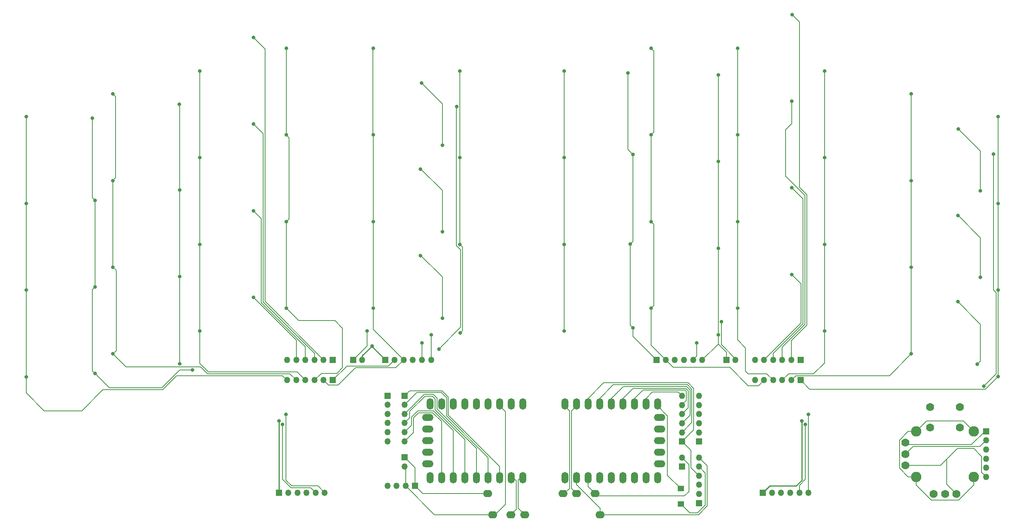
<source format=gbr>
%TF.GenerationSoftware,KiCad,Pcbnew,7.0.8*%
%TF.CreationDate,2024-04-16T05:21:19+09:00*%
%TF.ProjectId,pcb,7063622e-6b69-4636-9164-5f7063625858,rev?*%
%TF.SameCoordinates,Original*%
%TF.FileFunction,Copper,L1,Top*%
%TF.FilePolarity,Positive*%
%FSLAX46Y46*%
G04 Gerber Fmt 4.6, Leading zero omitted, Abs format (unit mm)*
G04 Created by KiCad (PCBNEW 7.0.8) date 2024-04-16 05:21:19*
%MOMM*%
%LPD*%
G01*
G04 APERTURE LIST*
%TA.AperFunction,ComponentPad*%
%ADD10R,1.350000X1.350000*%
%TD*%
%TA.AperFunction,ComponentPad*%
%ADD11O,1.350000X1.350000*%
%TD*%
%TA.AperFunction,SMDPad,CuDef*%
%ADD12R,1.400000X1.200000*%
%TD*%
%TA.AperFunction,ComponentPad*%
%ADD13O,1.400000X1.000000*%
%TD*%
%TA.AperFunction,ComponentPad*%
%ADD14O,2.000000X1.600000*%
%TD*%
%TA.AperFunction,ComponentPad*%
%ADD15C,1.778000*%
%TD*%
%TA.AperFunction,ComponentPad*%
%ADD16C,2.286000*%
%TD*%
%TA.AperFunction,ComponentPad*%
%ADD17O,1.500000X2.500000*%
%TD*%
%TA.AperFunction,ComponentPad*%
%ADD18O,2.500000X1.500000*%
%TD*%
%TA.AperFunction,ViaPad*%
%ADD19C,0.800000*%
%TD*%
%TA.AperFunction,Conductor*%
%ADD20C,0.200000*%
%TD*%
%TA.AperFunction,Conductor*%
%ADD21C,0.250000*%
%TD*%
G04 APERTURE END LIST*
D10*
%TO.P,Col_L1,1,Pin_1*%
%TO.N,JS_SEL*%
X209250000Y-144250000D03*
D11*
%TO.P,Col_L1,2,Pin_2*%
%TO.N,Net-(Col_L1-Pin_2)*%
X209250000Y-142250000D03*
%TO.P,Col_L1,3,Pin_3*%
%TO.N,Net-(Col_L1-Pin_3)*%
X209250000Y-140250000D03*
%TO.P,Col_L1,4,Pin_4*%
%TO.N,Net-(Col_L1-Pin_4)*%
X209250000Y-138250000D03*
%TO.P,Col_L1,5,Pin_5*%
%TO.N,Net-(Col_L1-Pin_5)*%
X209250000Y-136250000D03*
%TO.P,Col_L1,6,Pin_6*%
%TO.N,Net-(Col_L1-Pin_6)*%
X209250000Y-134250000D03*
%TD*%
D12*
%TO.P,D_Sel1,1,K*%
%TO.N,JS_SEL_m*%
X209000000Y-154550000D03*
%TO.P,D_Sel1,2,A*%
%TO.N,Net-(D_Sel1-A)*%
X209000000Y-157950000D03*
%TD*%
D13*
%TO.P,TRRS1,R1*%
%TO.N,I2C_VCC*%
X167800000Y-160300000D03*
D14*
X167800000Y-160300000D03*
D13*
%TO.P,TRRS1,R2*%
%TO.N,Net-(MCU1-1)*%
X171800000Y-160300000D03*
D14*
X171800000Y-160300000D03*
D13*
%TO.P,TRRS1,S*%
%TO.N,Net-(MCU1-0)*%
X174800000Y-160300000D03*
D14*
X174800000Y-160300000D03*
D13*
%TO.P,TRRS1,T*%
%TO.N,GND_R1*%
X166700000Y-155700000D03*
D14*
X166700000Y-155700000D03*
%TD*%
D10*
%TO.P,MatrixC_R1,1,Pin_1*%
%TO.N,col0_R*%
X132750000Y-130800000D03*
D11*
%TO.P,MatrixC_R1,2,Pin_2*%
%TO.N,col1_R*%
X130750000Y-130800000D03*
%TO.P,MatrixC_R1,3,Pin_3*%
%TO.N,col2_R*%
X128750000Y-130800000D03*
%TO.P,MatrixC_R1,4,Pin_4*%
%TO.N,col3_R*%
X126750000Y-130800000D03*
%TO.P,MatrixC_R1,5,Pin_5*%
%TO.N,col4_R*%
X124750000Y-130800000D03*
%TO.P,MatrixC_R1,6,Pin_6*%
%TO.N,col5_R*%
X122750000Y-130800000D03*
%TD*%
D10*
%TO.P,Joystick1,1,Pin_1*%
%TO.N,VCC_5V_L1*%
X213000000Y-157750000D03*
D11*
%TO.P,Joystick1,2,Pin_2*%
%TO.N,JS_V*%
X213000000Y-155750000D03*
%TO.P,Joystick1,3,Pin_3*%
%TO.N,JS_H*%
X213000000Y-153750000D03*
%TO.P,Joystick1,4,Pin_4*%
%TO.N,JS_SEL*%
X213000000Y-151750000D03*
%TO.P,Joystick1,5,Pin_5*%
%TO.N,Net-(D_Sel1-A)*%
X213000000Y-149750000D03*
%TO.P,Joystick1,6,Pin_6*%
%TO.N,GND_L1*%
X213000000Y-147750000D03*
%TD*%
D13*
%TO.P,TRRS2,R1*%
%TO.N,VCC_3V_L1*%
X190200000Y-155700000D03*
D14*
X190200000Y-155700000D03*
D13*
%TO.P,TRRS2,R2*%
%TO.N,Net-(MCU2-1)*%
X186200000Y-155700000D03*
D14*
X186200000Y-155700000D03*
D13*
%TO.P,TRRS2,S*%
%TO.N,Net-(MCU2-0)*%
X183200000Y-155700000D03*
D14*
X183200000Y-155700000D03*
D13*
%TO.P,TRRS2,T*%
%TO.N,GND_L1*%
X191300000Y-160300000D03*
D14*
X191300000Y-160300000D03*
%TD*%
D10*
%TO.P,Main_to_Sub1,1,Pin_1*%
%TO.N,VDD_R*%
X144300000Y-126359851D03*
D11*
%TO.P,Main_to_Sub1,2,Pin_2*%
%TO.N,col0_R*%
X146300000Y-126359851D03*
%TO.P,Main_to_Sub1,3,Pin_3*%
%TO.N,col1_R*%
X148300000Y-126359851D03*
%TO.P,Main_to_Sub1,4,Pin_4*%
%TO.N,row4_R*%
X150300000Y-126359851D03*
%TO.P,Main_to_Sub1,5,Pin_5*%
%TO.N,LED_Main_R*%
X152300000Y-126359851D03*
%TO.P,Main_to_Sub1,6,Pin_6*%
%TO.N,GND_R*%
X154300000Y-126359851D03*
%TD*%
D10*
%TO.P,Main_to_Sub_L1,1,Pin_1*%
%TO.N,VDD_L*%
X203700000Y-126359851D03*
D11*
%TO.P,Main_to_Sub_L1,2,Pin_2*%
%TO.N,col4_L*%
X205700000Y-126359851D03*
%TO.P,Main_to_Sub_L1,3,Pin_3*%
%TO.N,col5_L*%
X207700000Y-126359851D03*
%TO.P,Main_to_Sub_L1,4,Pin_4*%
%TO.N,row4_L*%
X209700000Y-126359851D03*
%TO.P,Main_to_Sub_L1,5,Pin_5*%
%TO.N,LED_Main_L*%
X211700000Y-126359851D03*
%TO.P,Main_to_Sub_L1,6,Pin_6*%
%TO.N,GND_L*%
X213700000Y-126359851D03*
%TD*%
D15*
%TO.P,Joystick3,B1A,SEL+*%
%TO.N,Net-(Joystick2-Pin_4)*%
X263653246Y-136701873D03*
%TO.P,Joystick3,B1B*%
%TO.N,N/C*%
X270153246Y-136701873D03*
%TO.P,Joystick3,B2A,SEL-*%
%TO.N,Net-(Joystick2-Pin_5)*%
X263653246Y-141201873D03*
%TO.P,Joystick3,B2B*%
%TO.N,N/C*%
X270153246Y-141201873D03*
%TO.P,Joystick3,H1,H+*%
%TO.N,Net-(Joystick2-Pin_1)*%
X264403246Y-155701873D03*
%TO.P,Joystick3,H2,H*%
%TO.N,Net-(Joystick2-Pin_3)*%
X266903246Y-155701873D03*
%TO.P,Joystick3,H3,H-*%
%TO.N,Net-(Joystick2-Pin_6)*%
X269403246Y-155701873D03*
D16*
%TO.P,Joystick3,S1,SHIELD*%
%TO.N,unconnected-(Joystick3-SHIELD-PadS1)*%
X260603246Y-142001873D03*
%TO.P,Joystick3,S2,SHIELD*%
X260603246Y-152001873D03*
%TO.P,Joystick3,S3,SHIELD*%
X273203246Y-152001873D03*
%TO.P,Joystick3,S4,SHIELD*%
X273203246Y-142001873D03*
D15*
%TO.P,Joystick3,V1,V+*%
%TO.N,Net-(Joystick2-Pin_1)*%
X258203246Y-144501873D03*
%TO.P,Joystick3,V2,V*%
%TO.N,Net-(Joystick2-Pin_2)*%
X258203246Y-147049212D03*
%TO.P,Joystick3,V3,V-*%
%TO.N,Net-(Joystick2-Pin_6)*%
X258203246Y-149501873D03*
%TD*%
D10*
%TO.P,MatrixR_R1,1,Pin_1*%
%TO.N,LED_L*%
X235250000Y-126400000D03*
D11*
%TO.P,MatrixR_R1,2,Pin_2*%
%TO.N,row0_L*%
X233250000Y-126400000D03*
%TO.P,MatrixR_R1,3,Pin_3*%
%TO.N,row1_L*%
X231250000Y-126400000D03*
%TO.P,MatrixR_R1,4,Pin_4*%
%TO.N,row2_L*%
X229250000Y-126400000D03*
%TO.P,MatrixR_R1,5,Pin_5*%
%TO.N,row3_L*%
X227250000Y-126400000D03*
%TO.P,MatrixR_R1,6,Pin_6*%
%TO.N,row4_L*%
X225250000Y-126400000D03*
%TD*%
D10*
%TO.P,Row_R1,1,Pin_1*%
%TO.N,Net-(MCU1-13)*%
X144750000Y-134200000D03*
D11*
%TO.P,Row_R1,2,Pin_2*%
%TO.N,Net-(MCU1-12)*%
X144750000Y-136200000D03*
%TO.P,Row_R1,3,Pin_3*%
%TO.N,Net-(MCU1-11)*%
X144750000Y-138200000D03*
%TO.P,Row_R1,4,Pin_4*%
%TO.N,Net-(MCU1-10)*%
X144750000Y-140200000D03*
%TO.P,Row_R1,5,Pin_5*%
%TO.N,Net-(MCU1-9)*%
X144750000Y-142200000D03*
%TO.P,Row_R1,6,Pin_6*%
%TO.N,Net-(MCU1-8)*%
X144750000Y-144200000D03*
%TD*%
D10*
%TO.P,Power_Mtrx_L1,1,Pin_1*%
%TO.N,GND_L*%
X219000000Y-126359851D03*
D11*
%TO.P,Power_Mtrx_L1,2,Pin_2*%
%TO.N,VDD_L*%
X221000000Y-126359851D03*
%TD*%
D10*
%TO.P,MatrixC_L1,1,Pin_1*%
%TO.N,col0_L*%
X235250000Y-130800000D03*
D11*
%TO.P,MatrixC_L1,2,Pin_2*%
%TO.N,col1_L*%
X233250000Y-130800000D03*
%TO.P,MatrixC_L1,3,Pin_3*%
%TO.N,col2_L*%
X231250000Y-130800000D03*
%TO.P,MatrixC_L1,4,Pin_4*%
%TO.N,col3_L*%
X229250000Y-130800000D03*
%TO.P,MatrixC_L1,5,Pin_5*%
%TO.N,col4_L*%
X227250000Y-130800000D03*
%TO.P,MatrixC_L1,6,Pin_6*%
%TO.N,col5_L*%
X225250000Y-130800000D03*
%TD*%
D10*
%TO.P,Power_Ctrlr_L1,1,Pin_1*%
%TO.N,GND_L1*%
X209250000Y-149750000D03*
D11*
%TO.P,Power_Ctrlr_L1,2,Pin_2*%
%TO.N,VCC_3V_L1*%
X209250000Y-147750000D03*
%TD*%
D10*
%TO.P,Sub_to_Main_L1,1,Pin_1*%
%TO.N,VDD_Sub_L*%
X227000000Y-155500000D03*
D11*
%TO.P,Sub_to_Main_L1,2,Pin_2*%
%TO.N,col4_Sub_L*%
X229000000Y-155500000D03*
%TO.P,Sub_to_Main_L1,3,Pin_3*%
%TO.N,col5_Sub_L*%
X231000000Y-155500000D03*
%TO.P,Sub_to_Main_L1,4,Pin_4*%
%TO.N,row4_Sub_L*%
X233000000Y-155500000D03*
%TO.P,Sub_to_Main_L1,5,Pin_5*%
%TO.N,LED_Sub_L*%
X235000000Y-155500000D03*
%TO.P,Sub_to_Main_L1,6,Pin_6*%
%TO.N,GND_Sub_L*%
X237000000Y-155500000D03*
%TD*%
D17*
%TO.P,MCU2,1,0*%
%TO.N,Net-(MCU2-0)*%
X183590000Y-135976000D03*
%TO.P,MCU2,2,1*%
%TO.N,Net-(MCU2-1)*%
X186130000Y-135976000D03*
%TO.P,MCU2,3,2*%
%TO.N,JS_SEL*%
X188670000Y-135976000D03*
%TO.P,MCU2,4,3*%
%TO.N,Net-(Col_L1-Pin_2)*%
X191210000Y-135976000D03*
%TO.P,MCU2,5,4*%
%TO.N,Net-(Col_L1-Pin_3)*%
X193750000Y-135976000D03*
%TO.P,MCU2,6,5*%
%TO.N,Net-(Col_L1-Pin_4)*%
X196290000Y-135976000D03*
%TO.P,MCU2,7,6*%
%TO.N,Net-(Col_L1-Pin_5)*%
X198830000Y-135976000D03*
%TO.P,MCU2,8,7*%
%TO.N,Net-(Col_L1-Pin_6)*%
X201370000Y-135976000D03*
%TO.P,MCU2,9,8*%
%TO.N,JS_SEL_m*%
X203910000Y-135976000D03*
D18*
%TO.P,MCU2,10,9*%
%TO.N,Net-(MCU2-9)*%
X204410000Y-139016000D03*
%TO.P,MCU2,11,10*%
%TO.N,Net-(MCU2-10)*%
X204410000Y-141556000D03*
%TO.P,MCU2,12,11*%
%TO.N,Net-(MCU2-11)*%
X204410000Y-144096000D03*
%TO.P,MCU2,13,12*%
%TO.N,Net-(MCU2-12)*%
X204410000Y-146636000D03*
%TO.P,MCU2,14,13*%
%TO.N,Net-(MCU2-13)*%
X204410000Y-149176000D03*
D17*
%TO.P,MCU2,15,14*%
%TO.N,unconnected-(MCU2-14-Pad15)*%
X203910000Y-152216000D03*
%TO.P,MCU2,16,15*%
%TO.N,unconnected-(MCU2-15-Pad16)*%
X201370000Y-152216000D03*
%TO.P,MCU2,17,26*%
%TO.N,unconnected-(MCU2-26-Pad17)*%
X198830000Y-152216000D03*
%TO.P,MCU2,18,27*%
%TO.N,unconnected-(MCU2-27-Pad18)*%
X196290000Y-152216000D03*
%TO.P,MCU2,19,28*%
%TO.N,JS_H*%
X193750000Y-152216000D03*
%TO.P,MCU2,20,29*%
%TO.N,JS_V*%
X191210000Y-152216000D03*
%TO.P,MCU2,21,3V3*%
%TO.N,VCC_3V_L1*%
X188670000Y-152216000D03*
%TO.P,MCU2,22,GND*%
%TO.N,GND_L1*%
X186130000Y-152216000D03*
%TO.P,MCU2,23,5V*%
%TO.N,VCC_5V_L1*%
X183590000Y-152216000D03*
%TD*%
%TO.P,MCU1,1,0*%
%TO.N,Net-(MCU1-0)*%
X174410000Y-152216000D03*
%TO.P,MCU1,2,1*%
%TO.N,Net-(MCU1-1)*%
X171870000Y-152216000D03*
%TO.P,MCU1,3,2*%
%TO.N,Net-(CoL_R1-Pin_1)*%
X169330000Y-152216000D03*
%TO.P,MCU1,4,3*%
%TO.N,Net-(CoL_R1-Pin_2)*%
X166790000Y-152216000D03*
%TO.P,MCU1,5,4*%
%TO.N,Net-(CoL_R1-Pin_3)*%
X164250000Y-152216000D03*
%TO.P,MCU1,6,5*%
%TO.N,Net-(CoL_R1-Pin_4)*%
X161710000Y-152216000D03*
%TO.P,MCU1,7,6*%
%TO.N,Net-(CoL_R1-Pin_5)*%
X159170000Y-152216000D03*
%TO.P,MCU1,8,7*%
%TO.N,Net-(CoL_R1-Pin_6)*%
X156630000Y-152216000D03*
%TO.P,MCU1,9,8*%
%TO.N,Net-(MCU1-8)*%
X154090000Y-152216000D03*
D18*
%TO.P,MCU1,10,9*%
%TO.N,Net-(MCU1-9)*%
X153590000Y-149176000D03*
%TO.P,MCU1,11,10*%
%TO.N,Net-(MCU1-10)*%
X153590000Y-146636000D03*
%TO.P,MCU1,12,11*%
%TO.N,Net-(MCU1-11)*%
X153590000Y-144096000D03*
%TO.P,MCU1,13,12*%
%TO.N,Net-(MCU1-12)*%
X153590000Y-141556000D03*
%TO.P,MCU1,14,13*%
%TO.N,Net-(MCU1-13)*%
X153590000Y-139016000D03*
D17*
%TO.P,MCU1,15,14*%
%TO.N,unconnected-(MCU1-14-Pad15)*%
X154090000Y-135976000D03*
%TO.P,MCU1,16,15*%
%TO.N,unconnected-(MCU1-15-Pad16)*%
X156630000Y-135976000D03*
%TO.P,MCU1,17,26*%
%TO.N,I2C_SDA*%
X159170000Y-135976000D03*
%TO.P,MCU1,18,27*%
%TO.N,I2C_SCL*%
X161710000Y-135976000D03*
%TO.P,MCU1,19,28*%
%TO.N,unconnected-(MCU1-28-Pad19)*%
X164250000Y-135976000D03*
%TO.P,MCU1,20,29*%
%TO.N,unconnected-(MCU1-29-Pad20)*%
X166790000Y-135976000D03*
%TO.P,MCU1,21,3V3*%
%TO.N,I2C_VCC*%
X169330000Y-135976000D03*
%TO.P,MCU1,22,GND*%
%TO.N,GND_R1*%
X171870000Y-135976000D03*
%TO.P,MCU1,23,5V*%
%TO.N,unconnected-(MCU1-5V-Pad23)*%
X174410000Y-135976000D03*
%TD*%
D10*
%TO.P,MatrixR_R2,1,Pin_1*%
%TO.N,LED_R*%
X132750000Y-126400000D03*
D11*
%TO.P,MatrixR_R2,2,Pin_2*%
%TO.N,row0_R*%
X130750000Y-126400000D03*
%TO.P,MatrixR_R2,3,Pin_3*%
%TO.N,row1_R*%
X128750000Y-126400000D03*
%TO.P,MatrixR_R2,4,Pin_4*%
%TO.N,row2_R*%
X126750000Y-126400000D03*
%TO.P,MatrixR_R2,5,Pin_5*%
%TO.N,row3_R*%
X124750000Y-126400000D03*
%TO.P,MatrixR_R2,6,Pin_6*%
%TO.N,row4_R*%
X122750000Y-126400000D03*
%TD*%
D10*
%TO.P,Power_Ctrlr_R1,1,Pin_1*%
%TO.N,GND_R1*%
X148500000Y-147700000D03*
D11*
%TO.P,Power_Ctrlr_R1,2,Pin_2*%
%TO.N,I2C_VCC*%
X148500000Y-149700000D03*
%TD*%
D10*
%TO.P,Joystick2,1,Pin_1*%
%TO.N,Net-(Joystick2-Pin_1)*%
X275903246Y-142001873D03*
D11*
%TO.P,Joystick2,2,Pin_2*%
%TO.N,Net-(Joystick2-Pin_2)*%
X275903246Y-144001873D03*
%TO.P,Joystick2,3,Pin_3*%
%TO.N,Net-(Joystick2-Pin_3)*%
X275903246Y-146001873D03*
%TO.P,Joystick2,4,Pin_4*%
%TO.N,Net-(Joystick2-Pin_4)*%
X275903246Y-148001873D03*
%TO.P,Joystick2,5,Pin_5*%
%TO.N,Net-(Joystick2-Pin_5)*%
X275903246Y-150001873D03*
%TO.P,Joystick2,6,Pin_6*%
%TO.N,Net-(Joystick2-Pin_6)*%
X275903246Y-152001873D03*
%TD*%
D10*
%TO.P,Sub_to_Main1,1,Pin_1*%
%TO.N,VDD_Sub_R*%
X121000000Y-155500000D03*
D11*
%TO.P,Sub_to_Main1,2,Pin_2*%
%TO.N,col0_Sub_R*%
X123000000Y-155500000D03*
%TO.P,Sub_to_Main1,3,Pin_3*%
%TO.N,col1_Sub_R*%
X125000000Y-155500000D03*
%TO.P,Sub_to_Main1,4,Pin_4*%
%TO.N,row4_Sub_R*%
X127000000Y-155500000D03*
%TO.P,Sub_to_Main1,5,Pin_5*%
%TO.N,LED_Sub_R*%
X129000000Y-155500000D03*
%TO.P,Sub_to_Main1,6,Pin_6*%
%TO.N,GND_Sub_R*%
X131000000Y-155500000D03*
%TD*%
D10*
%TO.P,Power_Mtrx_R1,1,Pin_1*%
%TO.N,GND_R*%
X137200000Y-126400000D03*
D11*
%TO.P,Power_Mtrx_R1,2,Pin_2*%
%TO.N,VDD_R*%
X139200000Y-126400000D03*
%TD*%
D10*
%TO.P,Row_L1,1,Pin_1*%
%TO.N,Net-(MCU2-13)*%
X213000000Y-144250000D03*
D11*
%TO.P,Row_L1,2,Pin_2*%
%TO.N,Net-(MCU2-12)*%
X213000000Y-142250000D03*
%TO.P,Row_L1,3,Pin_3*%
%TO.N,Net-(MCU2-11)*%
X213000000Y-140250000D03*
%TO.P,Row_L1,4,Pin_4*%
%TO.N,Net-(MCU2-10)*%
X213000000Y-138250000D03*
%TO.P,Row_L1,5,Pin_5*%
%TO.N,Net-(MCU2-9)*%
X213000000Y-136250000D03*
%TO.P,Row_L1,6,Pin_6*%
%TO.N,JS_SEL_m*%
X213000000Y-134250000D03*
%TD*%
D10*
%TO.P,CoL_R1,1,Pin_1*%
%TO.N,Net-(CoL_R1-Pin_1)*%
X148500000Y-134200000D03*
D11*
%TO.P,CoL_R1,2,Pin_2*%
%TO.N,Net-(CoL_R1-Pin_2)*%
X148500000Y-136200000D03*
%TO.P,CoL_R1,3,Pin_3*%
%TO.N,Net-(CoL_R1-Pin_3)*%
X148500000Y-138200000D03*
%TO.P,CoL_R1,4,Pin_4*%
%TO.N,Net-(CoL_R1-Pin_4)*%
X148500000Y-140200000D03*
%TO.P,CoL_R1,5,Pin_5*%
%TO.N,Net-(CoL_R1-Pin_5)*%
X148500000Y-142200000D03*
%TO.P,CoL_R1,6,Pin_6*%
%TO.N,Net-(CoL_R1-Pin_6)*%
X148500000Y-144200000D03*
%TD*%
D10*
%TO.P,I2C_pinout1,1,Pin_1*%
%TO.N,GND_R1*%
X150750000Y-154000000D03*
D11*
%TO.P,I2C_pinout1,2,Pin_2*%
%TO.N,I2C_VCC*%
X148750000Y-154000000D03*
%TO.P,I2C_pinout1,3,Pin_3*%
%TO.N,I2C_SCL*%
X146750000Y-154000000D03*
%TO.P,I2C_pinout1,4,Pin_4*%
%TO.N,I2C_SDA*%
X144750000Y-154000000D03*
%TD*%
D19*
%TO.N,row0_L*%
X233377673Y-50648281D03*
%TO.N,row1_L*%
X233364696Y-69635304D03*
%TO.N,row2_L*%
X233364696Y-88635304D03*
%TO.N,row3_L*%
X233364696Y-107635304D03*
%TO.N,Net-(LED01_R1-DIN)*%
X152245074Y-65654926D03*
X156783883Y-79250000D03*
%TO.N,Net-(LED02_R1-DIN)*%
X156783883Y-98250000D03*
X152000000Y-84500000D03*
%TO.N,Net-(LED03_R1-DIN)*%
X152000000Y-103500000D03*
X156783883Y-117250000D03*
%TO.N,Net-(LED01_L1-DIN)*%
X269850000Y-75704926D03*
X274683883Y-89250000D03*
%TO.N,Net-(LED02_L1-DIN)*%
X274683883Y-108250000D03*
X269754926Y-94700000D03*
%TO.N,Net-(LED03_L1-DIN)*%
X269750000Y-113604926D03*
X274000000Y-127275500D03*
%TO.N,LED_Sub_L*%
X236300500Y-140500000D03*
%TO.N,LED_Main_L*%
X212500000Y-122600000D03*
%TO.N,col0_L*%
X278500000Y-111039851D03*
X278500000Y-73039851D03*
X278500000Y-92039851D03*
X278500000Y-130039851D03*
%TO.N,col1_L*%
X259500000Y-106039851D03*
X259500000Y-87039851D03*
X259500000Y-68039851D03*
X259500000Y-125039851D03*
%TO.N,GND_L*%
X217200000Y-101859851D03*
X217200000Y-120859851D03*
X217200000Y-63859851D03*
X217200000Y-82859851D03*
%TO.N,GND_R*%
X154300000Y-120859851D03*
X99110304Y-70310304D03*
X99200000Y-89100000D03*
X99200000Y-108100000D03*
X140300000Y-120000000D03*
X99225000Y-127175000D03*
%TO.N,col2_L*%
X240500000Y-101039851D03*
X240500000Y-120039851D03*
X240500000Y-63039851D03*
X240500000Y-82039851D03*
%TO.N,col3_L*%
X221500000Y-115039851D03*
X221500000Y-96039851D03*
X221500000Y-77039851D03*
X221500000Y-58039851D03*
%TO.N,col4_L*%
X202500000Y-58039851D03*
X202500000Y-77039851D03*
X202500000Y-115039851D03*
X202500000Y-96039851D03*
%TO.N,col5_L*%
X183500000Y-101039851D03*
X183500000Y-82039851D03*
X183500000Y-120039851D03*
X183500000Y-63039851D03*
%TO.N,LED_L*%
X275400000Y-132109851D03*
X277500000Y-81250000D03*
%TO.N,row0_R*%
X115364697Y-55635305D03*
%TO.N,row1_R*%
X115364696Y-74635304D03*
%TO.N,row2_R*%
X115377673Y-93648281D03*
%TO.N,row3_R*%
X115377673Y-112648281D03*
%TO.N,LED_R*%
X156000000Y-124000000D03*
X159900000Y-70800000D03*
%TO.N,LED_Sub_R*%
X121750000Y-140500000D03*
%TO.N,LED_Main_R*%
X152300000Y-122600000D03*
%TO.N,col1_R*%
X141600000Y-58039851D03*
X141600000Y-77039851D03*
X141600000Y-115039851D03*
X141600000Y-96039851D03*
%TO.N,col0_R*%
X160650000Y-120450000D03*
X160600000Y-101039851D03*
X160600000Y-82039851D03*
X160600000Y-63039851D03*
%TO.N,col2_R*%
X122600000Y-96039851D03*
X122600000Y-115039851D03*
X122600000Y-58039851D03*
X122600000Y-77039851D03*
%TO.N,col3_R*%
X103600000Y-82039851D03*
X103600000Y-101039851D03*
X103600000Y-120039851D03*
X103600000Y-63039851D03*
%TO.N,col4_R*%
X84600000Y-125039851D03*
X84600000Y-68039851D03*
X84600000Y-106039851D03*
X84600000Y-87039851D03*
%TO.N,col5_R*%
X65590000Y-111049851D03*
X65590000Y-130049851D03*
X65590000Y-92049851D03*
X65590000Y-73049851D03*
%TO.N,VDD_R*%
X80100000Y-73400000D03*
X141345075Y-123300500D03*
X102000000Y-128574500D03*
X80668628Y-91359851D03*
X80668628Y-129359851D03*
X80668628Y-110359851D03*
%TO.N,VDD_L*%
X197400000Y-63493125D03*
X197900000Y-100993125D03*
X217899500Y-118000000D03*
X198533274Y-119359851D03*
X198533274Y-81359851D03*
%TO.N,VDD_Sub_R*%
X121000000Y-139750000D03*
%TO.N,GND_Sub_R*%
X122500000Y-138300500D03*
%TO.N,VDD_Sub_L*%
X235500000Y-139750000D03*
%TO.N,GND_Sub_L*%
X237000000Y-138300500D03*
%TD*%
D20*
%TO.N,Net-(D_Sel1-A)*%
X212700000Y-159900000D02*
X210950000Y-159900000D01*
X210950000Y-159900000D02*
X209000000Y-157950000D01*
X214400000Y-158200000D02*
X212700000Y-159900000D01*
X213000000Y-149750000D02*
X214400000Y-151150000D01*
X214400000Y-151150000D02*
X214400000Y-158200000D01*
%TO.N,row0_L*%
X233250000Y-122097058D02*
X236600000Y-118747057D01*
X233250000Y-126400000D02*
X233250000Y-122097058D01*
X235000000Y-52270608D02*
X233377673Y-50648281D01*
X236600000Y-90134314D02*
X235000000Y-88534314D01*
X235000000Y-88534314D02*
X235000000Y-52270608D01*
X236600000Y-118747057D02*
X236600000Y-90134314D01*
%TO.N,row1_L*%
X236200000Y-118581372D02*
X236200000Y-90300000D01*
X231250000Y-126400000D02*
X231250000Y-123531372D01*
X232000000Y-86100000D02*
X232000000Y-75900000D01*
X233364696Y-74535304D02*
X233364696Y-69635304D01*
X236200000Y-90300000D02*
X232000000Y-86100000D01*
X232000000Y-75900000D02*
X233364696Y-74535304D01*
X231250000Y-123531372D02*
X236200000Y-118581372D01*
%TO.N,row2_L*%
X233364696Y-88635304D02*
X235800000Y-91070608D01*
X235800000Y-118415686D02*
X229250000Y-124965686D01*
X235800000Y-91070608D02*
X235800000Y-118415686D01*
X229250000Y-124965686D02*
X229250000Y-126400000D01*
%TO.N,row3_L*%
X233364696Y-107635304D02*
X235400000Y-109670608D01*
X235400000Y-109670608D02*
X235400000Y-118250000D01*
X235400000Y-118250000D02*
X227250000Y-126400000D01*
%TO.N,Net-(LED01_R1-DIN)*%
X156783883Y-70193734D02*
X156783883Y-79250000D01*
X152245074Y-65654926D02*
X156783883Y-70193734D01*
%TO.N,Net-(LED02_R1-DIN)*%
X156783883Y-98250000D02*
X156783883Y-89193734D01*
X156783883Y-89193734D02*
X152090149Y-84500000D01*
X152090149Y-84500000D02*
X152000000Y-84500000D01*
%TO.N,Net-(LED03_R1-DIN)*%
X156783883Y-117250000D02*
X156783883Y-108193734D01*
X156783883Y-108193734D02*
X152090149Y-103500000D01*
X152090149Y-103500000D02*
X152000000Y-103500000D01*
%TO.N,JS_SEL_m*%
X203910000Y-136476000D02*
X206100000Y-138666000D01*
X206100000Y-138666000D02*
X206100000Y-151650000D01*
X206100000Y-151650000D02*
X209000000Y-154550000D01*
%TO.N,JS_SEL*%
X213000000Y-151750000D02*
X211200000Y-149950000D01*
X211825000Y-141675000D02*
X211825000Y-132625000D01*
X210600000Y-131400000D02*
X192100000Y-131400000D01*
X211200000Y-149950000D02*
X211200000Y-146200000D01*
X209250000Y-144250000D02*
X211825000Y-141675000D01*
X188670000Y-134830000D02*
X188670000Y-136476000D01*
X211200000Y-146200000D02*
X209250000Y-144250000D01*
X211825000Y-132625000D02*
X210600000Y-131400000D01*
X192100000Y-131400000D02*
X188670000Y-134830000D01*
%TO.N,Net-(LED01_L1-DIN)*%
X274683883Y-80538809D02*
X274683883Y-89250000D01*
X269850000Y-75704926D02*
X274683883Y-80538809D01*
%TO.N,Net-(LED02_L1-DIN)*%
X274683883Y-99588807D02*
X274683883Y-108250000D01*
X269795076Y-94700000D02*
X274683883Y-99588807D01*
X269754926Y-94700000D02*
X269795076Y-94700000D01*
%TO.N,Net-(LED03_L1-DIN)*%
X274683883Y-126591617D02*
X274000000Y-127275500D01*
X274683883Y-118538809D02*
X274683883Y-126591617D01*
X269750000Y-113604926D02*
X274683883Y-118538809D01*
%TO.N,LED_Sub_L*%
X236300500Y-140500000D02*
X236300500Y-152550540D01*
X236300500Y-152550540D02*
X235000000Y-153851040D01*
X235000000Y-153851040D02*
X235000000Y-155500000D01*
%TO.N,LED_Main_L*%
X212500000Y-122600000D02*
X212500000Y-125559851D01*
X212500000Y-125559851D02*
X211700000Y-126359851D01*
%TO.N,col0_L*%
X237259851Y-132809851D02*
X275730000Y-132809851D01*
X278500000Y-92039851D02*
X278500000Y-73039851D01*
X275730000Y-132809851D02*
X278500000Y-130039851D01*
X235250000Y-130800000D02*
X237259851Y-132809851D01*
X278500000Y-130039851D02*
X278500000Y-111039851D01*
X278500000Y-111039851D02*
X278500000Y-92039851D01*
%TO.N,col1_L*%
X259500000Y-106039851D02*
X259500000Y-125039851D01*
X259500000Y-87039851D02*
X259500000Y-106039851D01*
X254714851Y-129825000D02*
X259500000Y-125039851D01*
X259500000Y-68039851D02*
X259500000Y-87039851D01*
X234225000Y-129825000D02*
X254714851Y-129825000D01*
X233250000Y-130800000D02*
X234225000Y-129825000D01*
%TO.N,GND_R1*%
X152450000Y-155700000D02*
X150750000Y-154000000D01*
X150750000Y-154000000D02*
X150750000Y-149950000D01*
X166700000Y-155700000D02*
X152450000Y-155700000D01*
X150750000Y-149950000D02*
X148500000Y-147700000D01*
%TO.N,GND_L*%
X217200000Y-122859851D02*
X217200000Y-120859851D01*
X217200000Y-68859851D02*
X217200000Y-63859851D01*
X219000000Y-124665686D02*
X217200000Y-122865686D01*
X217200000Y-122865686D02*
X217200000Y-122859851D01*
X217200000Y-120859851D02*
X217200000Y-101859851D01*
X217200000Y-101859851D02*
X217200000Y-82859851D01*
X217200000Y-82859851D02*
X217200000Y-68859851D01*
X213700000Y-126359851D02*
X217200000Y-122859851D01*
X219000000Y-126359851D02*
X219000000Y-124665686D01*
%TO.N,GND_R*%
X140300000Y-120000000D02*
X140300000Y-123300000D01*
X99200000Y-70400000D02*
X99110304Y-70310304D01*
X140300000Y-123300000D02*
X137240149Y-126359851D01*
X99200000Y-89100000D02*
X99200000Y-70400000D01*
X99200000Y-127150000D02*
X99200000Y-108100000D01*
X154300000Y-120859851D02*
X154300000Y-126359851D01*
X99200000Y-89100000D02*
X99200000Y-108100000D01*
X99225000Y-127175000D02*
X99200000Y-127150000D01*
%TO.N,I2C_VCC*%
X167800000Y-160300000D02*
X168300000Y-160300000D01*
X167800000Y-160300000D02*
X155050000Y-160300000D01*
X170600000Y-137746000D02*
X169330000Y-136476000D01*
X155050000Y-160300000D02*
X148750000Y-154000000D01*
X170600000Y-158000000D02*
X170600000Y-137746000D01*
X148750000Y-154000000D02*
X148750000Y-149950000D01*
X148750000Y-149950000D02*
X148500000Y-149700000D01*
X168300000Y-160300000D02*
X170600000Y-158000000D01*
%TO.N,col2_L*%
X240500000Y-127000000D02*
X240500000Y-120039851D01*
X240500000Y-101039851D02*
X240500000Y-82039851D01*
X240500000Y-120039851D02*
X240500000Y-101039851D01*
X232650000Y-129400000D02*
X238100000Y-129400000D01*
X240500000Y-82039851D02*
X240500000Y-63039851D01*
X231250000Y-130800000D02*
X232650000Y-129400000D01*
X238100000Y-129400000D02*
X240500000Y-127000000D01*
%TO.N,col3_L*%
X221500000Y-115039851D02*
X221500000Y-122000000D01*
X223200000Y-123700000D02*
X223200000Y-128800000D01*
X227850000Y-129400000D02*
X229250000Y-130800000D01*
X221500000Y-122000000D02*
X223200000Y-123700000D01*
X221500000Y-115039851D02*
X221500000Y-96039851D01*
X223800000Y-129400000D02*
X227850000Y-129400000D01*
X221500000Y-77039851D02*
X221500000Y-58039851D01*
X221500000Y-96039851D02*
X221500000Y-77039851D01*
X223200000Y-128800000D02*
X223800000Y-129400000D01*
%TO.N,col4_L*%
X202500000Y-115039851D02*
X202500000Y-123159851D01*
X202500000Y-123159851D02*
X205700000Y-126359851D01*
X202500000Y-96039851D02*
X202500000Y-77039851D01*
X202500000Y-115039851D02*
X203100000Y-114439851D01*
X203100000Y-114439851D02*
X203100000Y-96639851D01*
X203100000Y-96639851D02*
X202500000Y-96039851D01*
X203100000Y-76439851D02*
X203100000Y-58639851D01*
X205700000Y-126359851D02*
X207340149Y-128000000D01*
X223800000Y-132000000D02*
X226050000Y-132000000D01*
X207340149Y-128000000D02*
X219800000Y-128000000D01*
X203100000Y-58639851D02*
X202500000Y-58039851D01*
X219800000Y-128000000D02*
X223800000Y-132000000D01*
X202500000Y-77039851D02*
X203100000Y-76439851D01*
X226050000Y-132000000D02*
X227250000Y-130800000D01*
%TO.N,col5_L*%
X183500000Y-63039851D02*
X183500000Y-82039851D01*
X183500000Y-82039851D02*
X183500000Y-101039851D01*
X183500000Y-101039851D02*
X183500000Y-120039851D01*
%TO.N,LED_L*%
X278100000Y-129409851D02*
X275400000Y-132109851D01*
X277500000Y-81250000D02*
X277500000Y-111029801D01*
X277500000Y-111029801D02*
X278100000Y-111629801D01*
X278100000Y-111629801D02*
X278100000Y-129409851D01*
%TO.N,Net-(Col_L1-Pin_2)*%
X211425000Y-132790686D02*
X210434314Y-131800000D01*
X211425000Y-140075000D02*
X211425000Y-132790686D01*
X191210000Y-134790000D02*
X191210000Y-136476000D01*
X209250000Y-142250000D02*
X211425000Y-140075000D01*
X194200000Y-131800000D02*
X191210000Y-134790000D01*
X210434314Y-131800000D02*
X194200000Y-131800000D01*
%TO.N,Net-(Col_L1-Pin_3)*%
X211025000Y-138475000D02*
X211025000Y-132956372D01*
X209250000Y-140250000D02*
X211025000Y-138475000D01*
X196400000Y-132200000D02*
X193750000Y-134850000D01*
X210268628Y-132200000D02*
X196400000Y-132200000D01*
X193750000Y-134850000D02*
X193750000Y-136476000D01*
X211025000Y-132956372D02*
X210268628Y-132200000D01*
%TO.N,Net-(Col_L1-Pin_4)*%
X198500000Y-132600000D02*
X196290000Y-134810000D01*
X210625000Y-133122058D02*
X210102942Y-132600000D01*
X209250000Y-138250000D02*
X210625000Y-136875000D01*
X210625000Y-136875000D02*
X210625000Y-133122058D01*
X210102942Y-132600000D02*
X198500000Y-132600000D01*
X196290000Y-134810000D02*
X196290000Y-136476000D01*
%TO.N,Net-(Col_L1-Pin_5)*%
X210225000Y-135275000D02*
X210225000Y-133287744D01*
X200700000Y-133000000D02*
X198830000Y-134870000D01*
X209250000Y-136250000D02*
X210225000Y-135275000D01*
X209937256Y-133000000D02*
X200700000Y-133000000D01*
X198830000Y-134870000D02*
X198830000Y-136476000D01*
X210225000Y-133287744D02*
X209937256Y-133000000D01*
%TO.N,Net-(Col_L1-Pin_6)*%
X209250000Y-134250000D02*
X208400000Y-133400000D01*
X208400000Y-133400000D02*
X202800000Y-133400000D01*
X201370000Y-134830000D02*
X201370000Y-136476000D01*
X202800000Y-133400000D02*
X201370000Y-134830000D01*
%TO.N,Net-(CoL_R1-Pin_1)*%
X169330000Y-149730000D02*
X169330000Y-151716000D01*
X156685686Y-133100000D02*
X158100000Y-134514315D01*
X158100000Y-134514315D02*
X158100000Y-138500000D01*
X148500000Y-134200000D02*
X149600000Y-133100000D01*
X158100000Y-138500000D02*
X169330000Y-149730000D01*
X149600000Y-133100000D02*
X156685686Y-133100000D01*
%TO.N,Net-(CoL_R1-Pin_2)*%
X157700000Y-138665685D02*
X157700000Y-134680000D01*
X166790000Y-151716000D02*
X166790000Y-147755686D01*
X156520000Y-133500000D02*
X151200000Y-133500000D01*
X157700000Y-134680000D02*
X156520000Y-133500000D01*
X166790000Y-147755686D02*
X157700000Y-138665685D01*
X151200000Y-133500000D02*
X148500000Y-136200000D01*
%TO.N,Net-(CoL_R1-Pin_3)*%
X164250000Y-145781372D02*
X164250000Y-151716000D01*
X154765686Y-133900000D02*
X155580000Y-134714315D01*
X152800001Y-133900000D02*
X154765686Y-133900000D01*
X155580000Y-134714315D02*
X155580000Y-137111372D01*
X155580000Y-137111372D02*
X164250000Y-145781372D01*
X148500000Y-138200000D02*
X152800001Y-133900000D01*
%TO.N,Net-(CoL_R1-Pin_4)*%
X155180000Y-137277057D02*
X155180000Y-134880000D01*
X149600000Y-137665686D02*
X149600000Y-139100000D01*
X161710000Y-151716000D02*
X161710000Y-143807058D01*
X155180000Y-134880000D02*
X154600000Y-134300000D01*
X149600000Y-139100000D02*
X148500000Y-140200000D01*
X161710000Y-143807058D02*
X155180000Y-137277057D01*
X154600000Y-134300000D02*
X152965686Y-134300000D01*
X152965686Y-134300000D02*
X149600000Y-137665686D01*
%TO.N,Net-(CoL_R1-Pin_5)*%
X150000000Y-138934314D02*
X151408314Y-137526000D01*
X151408314Y-137526000D02*
X154863257Y-137526000D01*
X148500000Y-142200000D02*
X150000000Y-140700000D01*
X154863257Y-137526000D02*
X159170000Y-141832744D01*
X159170000Y-141832744D02*
X159170000Y-151716000D01*
X150000000Y-140700000D02*
X150000000Y-138934314D01*
%TO.N,Net-(CoL_R1-Pin_6)*%
X150400000Y-139100000D02*
X150400000Y-142300000D01*
X150400000Y-142300000D02*
X148500000Y-144200000D01*
X154697571Y-137926000D02*
X151574000Y-137926000D01*
X156630000Y-151716000D02*
X156630000Y-139858429D01*
X156630000Y-139858429D02*
X154697571Y-137926000D01*
X151574000Y-137926000D02*
X150400000Y-139100000D01*
%TO.N,row0_R*%
X115364697Y-55635305D02*
X117900000Y-58170608D01*
X117900000Y-58170608D02*
X117900000Y-113473550D01*
X130750000Y-126323550D02*
X130750000Y-126400000D01*
X117900000Y-113473550D02*
X130750000Y-126323550D01*
%TO.N,row1_R*%
X115364696Y-74635304D02*
X117500000Y-76770608D01*
X117500000Y-76770608D02*
X117500000Y-113639236D01*
X128750000Y-124889236D02*
X128750000Y-126400000D01*
X117500000Y-113639236D02*
X128750000Y-124889236D01*
%TO.N,row2_R*%
X117100000Y-95370608D02*
X117100000Y-113804922D01*
X126750000Y-123454922D02*
X126750000Y-126400000D01*
X115377673Y-93648281D02*
X117100000Y-95370608D01*
X117100000Y-113804922D02*
X126750000Y-123454922D01*
%TO.N,row3_R*%
X115377673Y-112648281D02*
X124750000Y-122020608D01*
X124750000Y-122020608D02*
X124750000Y-126400000D01*
%TO.N,LED_R*%
X159875500Y-70824500D02*
X159875500Y-101305301D01*
X159900000Y-70800000D02*
X159875500Y-70824500D01*
X160800000Y-102229801D02*
X160800000Y-119200000D01*
X160800000Y-119200000D02*
X156000000Y-124000000D01*
X159875500Y-101305301D02*
X160800000Y-102229801D01*
%TO.N,LED_Sub_R*%
X127900000Y-154400000D02*
X129000000Y-155500000D01*
X121750000Y-140500000D02*
X121750000Y-152565686D01*
X123584314Y-154400000D02*
X127900000Y-154400000D01*
X121750000Y-152565686D02*
X123584314Y-154400000D01*
%TO.N,LED_Main_R*%
X152300000Y-122600000D02*
X152300000Y-126359851D01*
%TO.N,col1_R*%
X141600000Y-115039851D02*
X141600000Y-119659851D01*
X141590000Y-77029851D02*
X141600000Y-77039851D01*
X141600000Y-115039851D02*
X141600000Y-96039851D01*
X133900000Y-131900000D02*
X137700000Y-128100000D01*
X137700000Y-128100000D02*
X146559851Y-128100000D01*
X146559851Y-128100000D02*
X148300000Y-126359851D01*
X141600000Y-119659851D02*
X148300000Y-126359851D01*
X130750000Y-130800000D02*
X131850000Y-131900000D01*
X131850000Y-131900000D02*
X133900000Y-131900000D01*
X141590000Y-58149851D02*
X141590000Y-77029851D01*
X141600000Y-96039851D02*
X141600000Y-77039851D01*
%TO.N,col0_R*%
X161200000Y-119900000D02*
X161200000Y-101639851D01*
X161200000Y-101639851D02*
X160600000Y-101039851D01*
X135850000Y-127700000D02*
X144959851Y-127700000D01*
X132750000Y-130800000D02*
X135850000Y-127700000D01*
X160600000Y-63039851D02*
X160600000Y-82039851D01*
X144959851Y-127700000D02*
X146300000Y-126359851D01*
X160650000Y-120450000D02*
X161200000Y-119900000D01*
X160600000Y-82039851D02*
X160600000Y-101039851D01*
%TO.N,col2_R*%
X122600000Y-96039851D02*
X122600000Y-115039851D01*
X130250000Y-129300000D02*
X128750000Y-130800000D01*
X122600000Y-77039851D02*
X122590000Y-77029851D01*
X122600000Y-77039851D02*
X123200000Y-77639851D01*
X125310149Y-117750000D02*
X133250000Y-117750000D01*
X122600000Y-115039851D02*
X125310149Y-117750000D01*
X133648960Y-129300000D02*
X130250000Y-129300000D01*
X134900000Y-119400000D02*
X134900000Y-128048960D01*
X123200000Y-95439851D02*
X122600000Y-96039851D01*
X122590000Y-77029851D02*
X122590000Y-58049851D01*
X134900000Y-128048960D02*
X133648960Y-129300000D01*
X123200000Y-77639851D02*
X123200000Y-95439851D01*
X133250000Y-117750000D02*
X134900000Y-119400000D01*
%TO.N,col3_R*%
X103600000Y-101039851D02*
X103600000Y-82039851D01*
X103600000Y-127100000D02*
X103600000Y-120039851D01*
X103600000Y-77079851D02*
X103590000Y-77069851D01*
X103590000Y-63049851D02*
X103590000Y-77069851D01*
X103600000Y-82039851D02*
X103600000Y-77079851D01*
X126750000Y-130800000D02*
X124950000Y-129000000D01*
X105500000Y-129000000D02*
X103600000Y-127100000D01*
X103600000Y-120039851D02*
X103600000Y-101039851D01*
X124950000Y-129000000D02*
X105500000Y-129000000D01*
%TO.N,col4_R*%
X84600000Y-106039851D02*
X85300000Y-106739851D01*
X84600000Y-87039851D02*
X85200000Y-86439851D01*
X84600000Y-106039851D02*
X84600000Y-87039851D01*
X85300000Y-124339851D02*
X84600000Y-125039851D01*
X85200000Y-86439851D02*
X85200000Y-68649851D01*
X103809314Y-127875000D02*
X87435149Y-127875000D01*
X124750000Y-130800000D02*
X123350000Y-129400000D01*
X85300000Y-106739851D02*
X85300000Y-124339851D01*
X123350000Y-129400000D02*
X105334314Y-129400000D01*
X87435149Y-127875000D02*
X84600000Y-125039851D01*
X85200000Y-68649851D02*
X84600000Y-68049851D01*
X105334314Y-129400000D02*
X103809314Y-127875000D01*
%TO.N,col5_R*%
X65590000Y-130049851D02*
X65590000Y-111049851D01*
X65590000Y-133590000D02*
X69500000Y-137500000D01*
X65590000Y-92049851D02*
X65590000Y-73049851D01*
X65590000Y-92049851D02*
X65590000Y-111049851D01*
X98575000Y-129800000D02*
X121750000Y-129800000D01*
X77800000Y-137500000D02*
X82400000Y-132900000D01*
X121750000Y-129800000D02*
X122750000Y-130800000D01*
X65590000Y-130049851D02*
X65590000Y-133590000D01*
X82400000Y-132900000D02*
X95475000Y-132900000D01*
X95475000Y-132900000D02*
X98575000Y-129800000D01*
X69500000Y-137500000D02*
X77800000Y-137500000D01*
D21*
%TO.N,VDD_R*%
X139200000Y-125445575D02*
X139200000Y-126259851D01*
X141345075Y-123404926D02*
X144300000Y-126359851D01*
D20*
X80100000Y-128791223D02*
X80100000Y-110928479D01*
X102000000Y-128574500D02*
X99234814Y-128574500D01*
X80100000Y-110928479D02*
X80668628Y-110359851D01*
X80100000Y-90791223D02*
X80668628Y-91359851D01*
X83808777Y-132500000D02*
X80668628Y-129359851D01*
X80668628Y-110359851D02*
X80668628Y-91359851D01*
D21*
X141345075Y-123300500D02*
X141345075Y-123404926D01*
X141345075Y-123300500D02*
X139200000Y-125445575D01*
D20*
X99234814Y-128574500D02*
X95309314Y-132500000D01*
X80668628Y-129359851D02*
X80100000Y-128791223D01*
X95309314Y-132500000D02*
X83808777Y-132500000D01*
X80100000Y-73400000D02*
X80100000Y-90791223D01*
%TO.N,VDD_L*%
X203700000Y-126359851D02*
X198533274Y-121193125D01*
X197900000Y-118726577D02*
X198533274Y-119359851D01*
X197400000Y-63493125D02*
X197400000Y-80226577D01*
X198533274Y-81359851D02*
X198533274Y-100359851D01*
X217899500Y-118000000D02*
X217899500Y-122999500D01*
X197400000Y-80226577D02*
X198533274Y-81359851D01*
X217899500Y-122999500D02*
X221000000Y-126100000D01*
X197900000Y-100993125D02*
X197900000Y-118726577D01*
X198533274Y-100359851D02*
X197900000Y-100993125D01*
X198533274Y-121193125D02*
X198533274Y-119359851D01*
X221000000Y-126100000D02*
X221000000Y-126359851D01*
%TO.N,GND_L1*%
X214800000Y-149550000D02*
X213000000Y-147750000D01*
X212900000Y-160300000D02*
X214800000Y-158400000D01*
X191300000Y-158900000D02*
X186130000Y-153730000D01*
X191300000Y-160300000D02*
X212900000Y-160300000D01*
X186130000Y-153730000D02*
X186130000Y-151716000D01*
X214800000Y-158400000D02*
X214800000Y-149550000D01*
X191300000Y-160300000D02*
X191300000Y-158900000D01*
%TO.N,Net-(MCU1-0)*%
X174800000Y-160300000D02*
X173400000Y-158900000D01*
X173400000Y-152726000D02*
X174410000Y-151716000D01*
X173400000Y-158900000D02*
X173400000Y-152726000D01*
%TO.N,Net-(MCU1-1)*%
X173000000Y-152846000D02*
X173000000Y-159100000D01*
X173000000Y-159100000D02*
X171800000Y-160300000D01*
X171870000Y-151716000D02*
X173000000Y-152846000D01*
%TO.N,Net-(MCU2-0)*%
X184640000Y-137526000D02*
X183590000Y-136476000D01*
X184640000Y-154560000D02*
X184640000Y-137526000D01*
X183500000Y-155700000D02*
X184640000Y-154560000D01*
X183200000Y-155700000D02*
X183500000Y-155700000D01*
%TO.N,Net-(MCU2-1)*%
X185040000Y-154540000D02*
X185040000Y-137566000D01*
X185040000Y-137566000D02*
X186130000Y-136476000D01*
X186200000Y-155700000D02*
X185040000Y-154540000D01*
D21*
%TO.N,VDD_Sub_R*%
X121000000Y-139750000D02*
X121000000Y-155500000D01*
D20*
%TO.N,GND_Sub_R*%
X122500000Y-152750000D02*
X123750000Y-154000000D01*
X123750000Y-154000000D02*
X129500000Y-154000000D01*
X122500000Y-138300500D02*
X122500000Y-152750000D01*
X129500000Y-154000000D02*
X131000000Y-155500000D01*
D21*
%TO.N,VDD_Sub_L*%
X228500000Y-154000000D02*
X227000000Y-155500000D01*
X235500000Y-139750000D02*
X235500000Y-152750000D01*
X234250000Y-154000000D02*
X228500000Y-154000000D01*
X235500000Y-152750000D02*
X234250000Y-154000000D01*
D20*
%TO.N,GND_Sub_L*%
X237000000Y-138300500D02*
X237000000Y-155500000D01*
%TO.N,Net-(Joystick2-Pin_1)*%
X272728246Y-144926873D02*
X258678246Y-144926873D01*
X258678246Y-144926873D02*
X258653246Y-144951873D01*
X275903246Y-142001873D02*
X275653246Y-142001873D01*
X258653246Y-144951873D02*
X258203246Y-144501873D01*
X275653246Y-142001873D02*
X272728246Y-144926873D01*
%TO.N,Net-(Joystick2-Pin_2)*%
X275903246Y-144001873D02*
X274553246Y-145351873D01*
X274553246Y-145351873D02*
X259900585Y-145351873D01*
X259900585Y-145351873D02*
X258203246Y-147049212D01*
%TO.N,Net-(Joystick2-Pin_6)*%
X275903246Y-152001873D02*
X274903246Y-151001873D01*
X274903246Y-147501873D02*
X273178246Y-145776873D01*
X273178246Y-145776873D02*
X269643932Y-145776873D01*
X269643932Y-145776873D02*
X267303246Y-148117559D01*
X267303246Y-148117559D02*
X267303246Y-153601873D01*
X274903246Y-151001873D02*
X274903246Y-147501873D01*
X265918932Y-149501873D02*
X267303246Y-148117559D01*
X267303246Y-153601873D02*
X269403246Y-155701873D01*
X258203246Y-149501873D02*
X265918932Y-149501873D01*
%TO.N,unconnected-(Joystick3-SHIELD-PadS1)*%
X262898040Y-139707079D02*
X260603246Y-142001873D01*
X260603246Y-153810096D02*
X260603246Y-152001873D01*
X273203246Y-153815302D02*
X269911469Y-157107079D01*
X258803246Y-152001873D02*
X260603246Y-152001873D01*
X273203246Y-152001873D02*
X273203246Y-153815302D01*
X256908452Y-143943650D02*
X256908452Y-150107079D01*
X258850229Y-142001873D02*
X256908452Y-143943650D01*
X273203246Y-142001873D02*
X270908452Y-139707079D01*
X263900229Y-157107079D02*
X260603246Y-153810096D01*
X269911469Y-157107079D02*
X263900229Y-157107079D01*
X260603246Y-142001873D02*
X258850229Y-142001873D01*
X270908452Y-139707079D02*
X262898040Y-139707079D01*
X256908452Y-150107079D02*
X258803246Y-152001873D01*
%TO.N,VCC_3V_L1*%
X188670000Y-154170000D02*
X190200000Y-155700000D01*
X209250000Y-147750000D02*
X210800000Y-149300000D01*
X210800000Y-149300000D02*
X210800000Y-155200000D01*
X190700000Y-156200000D02*
X190200000Y-155700000D01*
X210800000Y-155200000D02*
X209800000Y-156200000D01*
X209800000Y-156200000D02*
X190700000Y-156200000D01*
X188670000Y-151716000D02*
X188670000Y-154170000D01*
%TD*%
M02*

</source>
